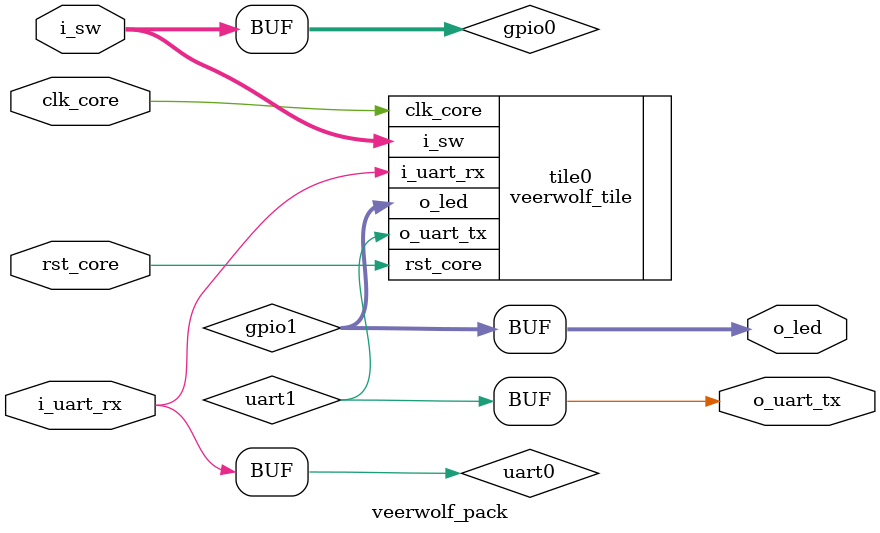
<source format=v>
`default_nettype none
module veerwolf_pack
#(  parameter pack_code = "bootloader.vh")
   (input  wire        clk_core,
    input  wire        rst_core,
    input  wire        i_uart_rx,
    output wire        o_uart_tx,
    input  wire [15:0] i_sw,
    output wire [15:0] o_led);

wire [15:0] gpio0;
wire        uart0;
wire [15:0] gpio1;
wire        uart1;

assign gpio0 = i_sw;
assign o_led = gpio1;
assign uart0 = i_uart_rx;
assign o_uart_tx = uart1;

veerwolf_tile
  #(.bootrom_file (pack_code))
 tile0
   (.clk_core  (clk_core),
    .rst_core  (rst_core),
    .i_uart_rx (uart0),
    .o_uart_tx (uart1),
    .i_sw      (gpio0),
    .o_led     (gpio1));

endmodule

</source>
